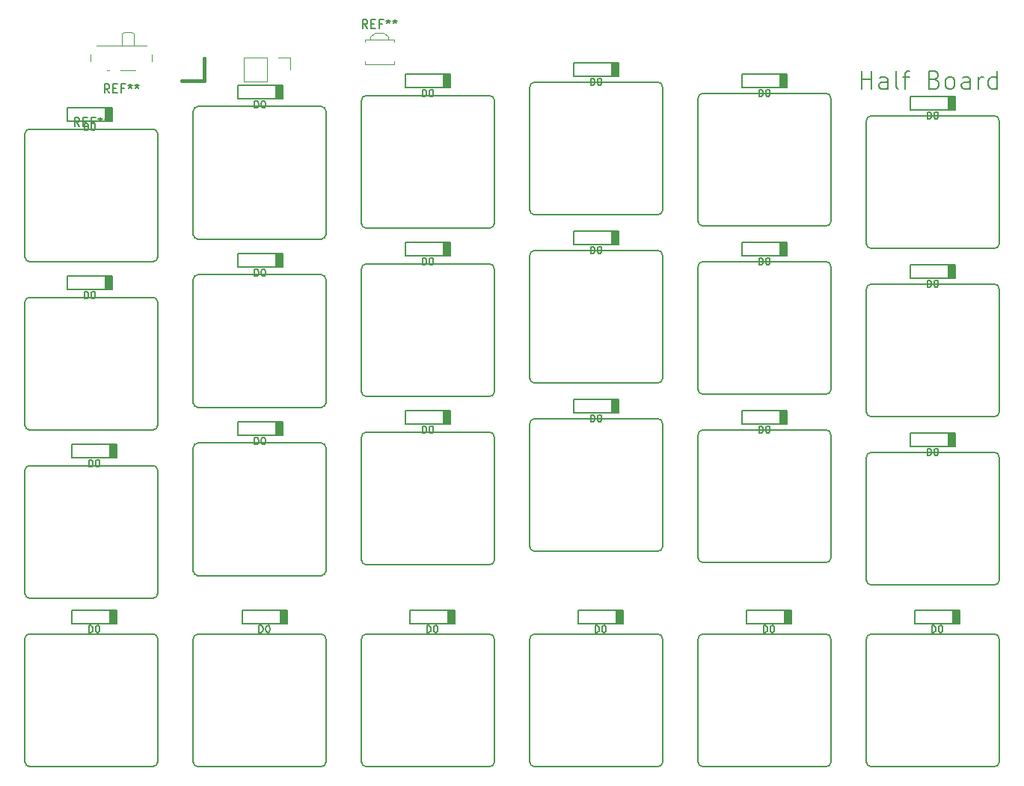
<source format=gbr>
G04 #@! TF.GenerationSoftware,KiCad,Pcbnew,5.1.9*
G04 #@! TF.CreationDate,2021-01-09T23:33:15-06:00*
G04 #@! TF.ProjectId,halfboard,68616c66-626f-4617-9264-2e6b69636164,rev?*
G04 #@! TF.SameCoordinates,Original*
G04 #@! TF.FileFunction,Legend,Top*
G04 #@! TF.FilePolarity,Positive*
%FSLAX46Y46*%
G04 Gerber Fmt 4.6, Leading zero omitted, Abs format (unit mm)*
G04 Created by KiCad (PCBNEW 5.1.9) date 2021-01-09 23:33:15*
%MOMM*%
%LPD*%
G01*
G04 APERTURE LIST*
%ADD10C,0.150000*%
%ADD11C,0.381000*%
%ADD12C,0.120000*%
G04 APERTURE END LIST*
D10*
X136351333Y-51704761D02*
X136351333Y-49704761D01*
X136351333Y-50657142D02*
X137494190Y-50657142D01*
X137494190Y-51704761D02*
X137494190Y-49704761D01*
X139303714Y-51704761D02*
X139303714Y-50657142D01*
X139208476Y-50466666D01*
X139018000Y-50371428D01*
X138637047Y-50371428D01*
X138446571Y-50466666D01*
X139303714Y-51609523D02*
X139113238Y-51704761D01*
X138637047Y-51704761D01*
X138446571Y-51609523D01*
X138351333Y-51419047D01*
X138351333Y-51228571D01*
X138446571Y-51038095D01*
X138637047Y-50942857D01*
X139113238Y-50942857D01*
X139303714Y-50847619D01*
X140541809Y-51704761D02*
X140351333Y-51609523D01*
X140256095Y-51419047D01*
X140256095Y-49704761D01*
X141018000Y-50371428D02*
X141779904Y-50371428D01*
X141303714Y-51704761D02*
X141303714Y-49990476D01*
X141398952Y-49800000D01*
X141589428Y-49704761D01*
X141779904Y-49704761D01*
X144637047Y-50657142D02*
X144922761Y-50752380D01*
X145018000Y-50847619D01*
X145113238Y-51038095D01*
X145113238Y-51323809D01*
X145018000Y-51514285D01*
X144922761Y-51609523D01*
X144732285Y-51704761D01*
X143970380Y-51704761D01*
X143970380Y-49704761D01*
X144637047Y-49704761D01*
X144827523Y-49800000D01*
X144922761Y-49895238D01*
X145018000Y-50085714D01*
X145018000Y-50276190D01*
X144922761Y-50466666D01*
X144827523Y-50561904D01*
X144637047Y-50657142D01*
X143970380Y-50657142D01*
X146256095Y-51704761D02*
X146065619Y-51609523D01*
X145970380Y-51514285D01*
X145875142Y-51323809D01*
X145875142Y-50752380D01*
X145970380Y-50561904D01*
X146065619Y-50466666D01*
X146256095Y-50371428D01*
X146541809Y-50371428D01*
X146732285Y-50466666D01*
X146827523Y-50561904D01*
X146922761Y-50752380D01*
X146922761Y-51323809D01*
X146827523Y-51514285D01*
X146732285Y-51609523D01*
X146541809Y-51704761D01*
X146256095Y-51704761D01*
X148637047Y-51704761D02*
X148637047Y-50657142D01*
X148541809Y-50466666D01*
X148351333Y-50371428D01*
X147970380Y-50371428D01*
X147779904Y-50466666D01*
X148637047Y-51609523D02*
X148446571Y-51704761D01*
X147970380Y-51704761D01*
X147779904Y-51609523D01*
X147684666Y-51419047D01*
X147684666Y-51228571D01*
X147779904Y-51038095D01*
X147970380Y-50942857D01*
X148446571Y-50942857D01*
X148637047Y-50847619D01*
X149589428Y-51704761D02*
X149589428Y-50371428D01*
X149589428Y-50752380D02*
X149684666Y-50561904D01*
X149779904Y-50466666D01*
X149970380Y-50371428D01*
X150160857Y-50371428D01*
X151684666Y-51704761D02*
X151684666Y-49704761D01*
X151684666Y-51609523D02*
X151494190Y-51704761D01*
X151113238Y-51704761D01*
X150922761Y-51609523D01*
X150827523Y-51514285D01*
X150732285Y-51323809D01*
X150732285Y-50752380D01*
X150827523Y-50561904D01*
X150922761Y-50466666D01*
X151113238Y-50371428D01*
X151494190Y-50371428D01*
X151684666Y-50466666D01*
G04 #@! TO.C,REF\u002A\u002A*
X42182000Y-71254000D02*
G75*
G02*
X41682000Y-70754000I0J500000D01*
G01*
X41682000Y-56754000D02*
G75*
G02*
X42182000Y-56254000I500000J0D01*
G01*
X56182000Y-56254000D02*
G75*
G02*
X56682000Y-56754000I0J-500000D01*
G01*
X56682000Y-70754000D02*
G75*
G02*
X56182000Y-71254000I-500000J0D01*
G01*
X56182000Y-56254000D02*
X54182000Y-56254000D01*
X56682000Y-56754000D02*
X56682000Y-58754000D01*
X56682000Y-70754000D02*
X56682000Y-58754000D01*
X56182000Y-71254000D02*
X44182000Y-71254000D01*
X42182000Y-71254000D02*
X44182000Y-71254000D01*
X41682000Y-70754000D02*
X41682000Y-58754000D01*
X42182000Y-56254000D02*
X54182000Y-56254000D01*
X41682000Y-56754000D02*
X41682000Y-58754000D01*
G04 #@! TO.C, *
X137430303Y-69759730D02*
G75*
G02*
X136930303Y-69259730I0J500000D01*
G01*
X136930303Y-55259730D02*
G75*
G02*
X137430303Y-54759730I500000J0D01*
G01*
X151430303Y-54759730D02*
G75*
G02*
X151930303Y-55259730I0J-500000D01*
G01*
X151930303Y-69259730D02*
G75*
G02*
X151430303Y-69759730I-500000J0D01*
G01*
X151430303Y-54759730D02*
X149430303Y-54759730D01*
X151930303Y-55259730D02*
X151930303Y-57259730D01*
X151930303Y-69259730D02*
X151930303Y-57259730D01*
X151430303Y-69759730D02*
X139430303Y-69759730D01*
X137430303Y-69759730D02*
X139430303Y-69759730D01*
X136930303Y-69259730D02*
X136930303Y-57259730D01*
X137430303Y-54759730D02*
X149430303Y-54759730D01*
X136930303Y-55259730D02*
X136930303Y-57259730D01*
X137430303Y-88809730D02*
G75*
G02*
X136930303Y-88309730I0J500000D01*
G01*
X136930303Y-74309730D02*
G75*
G02*
X137430303Y-73809730I500000J0D01*
G01*
X151430303Y-73809730D02*
G75*
G02*
X151930303Y-74309730I0J-500000D01*
G01*
X151930303Y-88309730D02*
G75*
G02*
X151430303Y-88809730I-500000J0D01*
G01*
X151430303Y-73809730D02*
X149430303Y-73809730D01*
X151930303Y-74309730D02*
X151930303Y-76309730D01*
X151930303Y-88309730D02*
X151930303Y-76309730D01*
X151430303Y-88809730D02*
X139430303Y-88809730D01*
X137430303Y-88809730D02*
X139430303Y-88809730D01*
X136930303Y-88309730D02*
X136930303Y-76309730D01*
X137430303Y-73809730D02*
X149430303Y-73809730D01*
X136930303Y-74309730D02*
X136930303Y-76309730D01*
X137430303Y-107859730D02*
G75*
G02*
X136930303Y-107359730I0J500000D01*
G01*
X136930303Y-93359730D02*
G75*
G02*
X137430303Y-92859730I500000J0D01*
G01*
X151430303Y-92859730D02*
G75*
G02*
X151930303Y-93359730I0J-500000D01*
G01*
X151930303Y-107359730D02*
G75*
G02*
X151430303Y-107859730I-500000J0D01*
G01*
X151430303Y-92859730D02*
X149430303Y-92859730D01*
X151930303Y-93359730D02*
X151930303Y-95359730D01*
X151930303Y-107359730D02*
X151930303Y-95359730D01*
X151430303Y-107859730D02*
X139430303Y-107859730D01*
X137430303Y-107859730D02*
X139430303Y-107859730D01*
X136930303Y-107359730D02*
X136930303Y-95359730D01*
X137430303Y-92859730D02*
X149430303Y-92859730D01*
X136930303Y-93359730D02*
X136930303Y-95359730D01*
X137430303Y-128433730D02*
G75*
G02*
X136930303Y-127933730I0J500000D01*
G01*
X136930303Y-113933730D02*
G75*
G02*
X137430303Y-113433730I500000J0D01*
G01*
X151430303Y-113433730D02*
G75*
G02*
X151930303Y-113933730I0J-500000D01*
G01*
X151930303Y-127933730D02*
G75*
G02*
X151430303Y-128433730I-500000J0D01*
G01*
X151430303Y-113433730D02*
X149430303Y-113433730D01*
X151930303Y-113933730D02*
X151930303Y-115933730D01*
X151930303Y-127933730D02*
X151930303Y-115933730D01*
X151430303Y-128433730D02*
X139430303Y-128433730D01*
X137430303Y-128433730D02*
X139430303Y-128433730D01*
X136930303Y-127933730D02*
X136930303Y-115933730D01*
X137430303Y-113433730D02*
X149430303Y-113433730D01*
X136930303Y-113933730D02*
X136930303Y-115933730D01*
X118380303Y-128433730D02*
G75*
G02*
X117880303Y-127933730I0J500000D01*
G01*
X117880303Y-113933730D02*
G75*
G02*
X118380303Y-113433730I500000J0D01*
G01*
X132380303Y-113433730D02*
G75*
G02*
X132880303Y-113933730I0J-500000D01*
G01*
X132880303Y-127933730D02*
G75*
G02*
X132380303Y-128433730I-500000J0D01*
G01*
X132380303Y-113433730D02*
X130380303Y-113433730D01*
X132880303Y-113933730D02*
X132880303Y-115933730D01*
X132880303Y-127933730D02*
X132880303Y-115933730D01*
X132380303Y-128433730D02*
X120380303Y-128433730D01*
X118380303Y-128433730D02*
X120380303Y-128433730D01*
X117880303Y-127933730D02*
X117880303Y-115933730D01*
X118380303Y-113433730D02*
X130380303Y-113433730D01*
X117880303Y-113933730D02*
X117880303Y-115933730D01*
X99330303Y-128433730D02*
G75*
G02*
X98830303Y-127933730I0J500000D01*
G01*
X98830303Y-113933730D02*
G75*
G02*
X99330303Y-113433730I500000J0D01*
G01*
X113330303Y-113433730D02*
G75*
G02*
X113830303Y-113933730I0J-500000D01*
G01*
X113830303Y-127933730D02*
G75*
G02*
X113330303Y-128433730I-500000J0D01*
G01*
X113330303Y-113433730D02*
X111330303Y-113433730D01*
X113830303Y-113933730D02*
X113830303Y-115933730D01*
X113830303Y-127933730D02*
X113830303Y-115933730D01*
X113330303Y-128433730D02*
X101330303Y-128433730D01*
X99330303Y-128433730D02*
X101330303Y-128433730D01*
X98830303Y-127933730D02*
X98830303Y-115933730D01*
X99330303Y-113433730D02*
X111330303Y-113433730D01*
X98830303Y-113933730D02*
X98830303Y-115933730D01*
X80280303Y-128433730D02*
G75*
G02*
X79780303Y-127933730I0J500000D01*
G01*
X79780303Y-113933730D02*
G75*
G02*
X80280303Y-113433730I500000J0D01*
G01*
X94280303Y-113433730D02*
G75*
G02*
X94780303Y-113933730I0J-500000D01*
G01*
X94780303Y-127933730D02*
G75*
G02*
X94280303Y-128433730I-500000J0D01*
G01*
X94280303Y-113433730D02*
X92280303Y-113433730D01*
X94780303Y-113933730D02*
X94780303Y-115933730D01*
X94780303Y-127933730D02*
X94780303Y-115933730D01*
X94280303Y-128433730D02*
X82280303Y-128433730D01*
X80280303Y-128433730D02*
X82280303Y-128433730D01*
X79780303Y-127933730D02*
X79780303Y-115933730D01*
X80280303Y-113433730D02*
X92280303Y-113433730D01*
X79780303Y-113933730D02*
X79780303Y-115933730D01*
X118380303Y-105319730D02*
G75*
G02*
X117880303Y-104819730I0J500000D01*
G01*
X117880303Y-90819730D02*
G75*
G02*
X118380303Y-90319730I500000J0D01*
G01*
X132380303Y-90319730D02*
G75*
G02*
X132880303Y-90819730I0J-500000D01*
G01*
X132880303Y-104819730D02*
G75*
G02*
X132380303Y-105319730I-500000J0D01*
G01*
X132380303Y-90319730D02*
X130380303Y-90319730D01*
X132880303Y-90819730D02*
X132880303Y-92819730D01*
X132880303Y-104819730D02*
X132880303Y-92819730D01*
X132380303Y-105319730D02*
X120380303Y-105319730D01*
X118380303Y-105319730D02*
X120380303Y-105319730D01*
X117880303Y-104819730D02*
X117880303Y-92819730D01*
X118380303Y-90319730D02*
X130380303Y-90319730D01*
X117880303Y-90819730D02*
X117880303Y-92819730D01*
X118380303Y-86269730D02*
G75*
G02*
X117880303Y-85769730I0J500000D01*
G01*
X117880303Y-71769730D02*
G75*
G02*
X118380303Y-71269730I500000J0D01*
G01*
X132380303Y-71269730D02*
G75*
G02*
X132880303Y-71769730I0J-500000D01*
G01*
X132880303Y-85769730D02*
G75*
G02*
X132380303Y-86269730I-500000J0D01*
G01*
X132380303Y-71269730D02*
X130380303Y-71269730D01*
X132880303Y-71769730D02*
X132880303Y-73769730D01*
X132880303Y-85769730D02*
X132880303Y-73769730D01*
X132380303Y-86269730D02*
X120380303Y-86269730D01*
X118380303Y-86269730D02*
X120380303Y-86269730D01*
X117880303Y-85769730D02*
X117880303Y-73769730D01*
X118380303Y-71269730D02*
X130380303Y-71269730D01*
X117880303Y-71769730D02*
X117880303Y-73769730D01*
X118380303Y-67219730D02*
G75*
G02*
X117880303Y-66719730I0J500000D01*
G01*
X117880303Y-52719730D02*
G75*
G02*
X118380303Y-52219730I500000J0D01*
G01*
X132380303Y-52219730D02*
G75*
G02*
X132880303Y-52719730I0J-500000D01*
G01*
X132880303Y-66719730D02*
G75*
G02*
X132380303Y-67219730I-500000J0D01*
G01*
X132380303Y-52219730D02*
X130380303Y-52219730D01*
X132880303Y-52719730D02*
X132880303Y-54719730D01*
X132880303Y-66719730D02*
X132880303Y-54719730D01*
X132380303Y-67219730D02*
X120380303Y-67219730D01*
X118380303Y-67219730D02*
X120380303Y-67219730D01*
X117880303Y-66719730D02*
X117880303Y-54719730D01*
X118380303Y-52219730D02*
X130380303Y-52219730D01*
X117880303Y-52719730D02*
X117880303Y-54719730D01*
X99330303Y-65949730D02*
G75*
G02*
X98830303Y-65449730I0J500000D01*
G01*
X98830303Y-51449730D02*
G75*
G02*
X99330303Y-50949730I500000J0D01*
G01*
X113330303Y-50949730D02*
G75*
G02*
X113830303Y-51449730I0J-500000D01*
G01*
X113830303Y-65449730D02*
G75*
G02*
X113330303Y-65949730I-500000J0D01*
G01*
X113330303Y-50949730D02*
X111330303Y-50949730D01*
X113830303Y-51449730D02*
X113830303Y-53449730D01*
X113830303Y-65449730D02*
X113830303Y-53449730D01*
X113330303Y-65949730D02*
X101330303Y-65949730D01*
X99330303Y-65949730D02*
X101330303Y-65949730D01*
X98830303Y-65449730D02*
X98830303Y-53449730D01*
X99330303Y-50949730D02*
X111330303Y-50949730D01*
X98830303Y-51449730D02*
X98830303Y-53449730D01*
X99330303Y-84999730D02*
G75*
G02*
X98830303Y-84499730I0J500000D01*
G01*
X98830303Y-70499730D02*
G75*
G02*
X99330303Y-69999730I500000J0D01*
G01*
X113330303Y-69999730D02*
G75*
G02*
X113830303Y-70499730I0J-500000D01*
G01*
X113830303Y-84499730D02*
G75*
G02*
X113330303Y-84999730I-500000J0D01*
G01*
X113330303Y-69999730D02*
X111330303Y-69999730D01*
X113830303Y-70499730D02*
X113830303Y-72499730D01*
X113830303Y-84499730D02*
X113830303Y-72499730D01*
X113330303Y-84999730D02*
X101330303Y-84999730D01*
X99330303Y-84999730D02*
X101330303Y-84999730D01*
X98830303Y-84499730D02*
X98830303Y-72499730D01*
X99330303Y-69999730D02*
X111330303Y-69999730D01*
X98830303Y-70499730D02*
X98830303Y-72499730D01*
X99330303Y-104049730D02*
G75*
G02*
X98830303Y-103549730I0J500000D01*
G01*
X98830303Y-89549730D02*
G75*
G02*
X99330303Y-89049730I500000J0D01*
G01*
X113330303Y-89049730D02*
G75*
G02*
X113830303Y-89549730I0J-500000D01*
G01*
X113830303Y-103549730D02*
G75*
G02*
X113330303Y-104049730I-500000J0D01*
G01*
X113330303Y-89049730D02*
X111330303Y-89049730D01*
X113830303Y-89549730D02*
X113830303Y-91549730D01*
X113830303Y-103549730D02*
X113830303Y-91549730D01*
X113330303Y-104049730D02*
X101330303Y-104049730D01*
X99330303Y-104049730D02*
X101330303Y-104049730D01*
X98830303Y-103549730D02*
X98830303Y-91549730D01*
X99330303Y-89049730D02*
X111330303Y-89049730D01*
X98830303Y-89549730D02*
X98830303Y-91549730D01*
X80280303Y-105573730D02*
G75*
G02*
X79780303Y-105073730I0J500000D01*
G01*
X79780303Y-91073730D02*
G75*
G02*
X80280303Y-90573730I500000J0D01*
G01*
X94280303Y-90573730D02*
G75*
G02*
X94780303Y-91073730I0J-500000D01*
G01*
X94780303Y-105073730D02*
G75*
G02*
X94280303Y-105573730I-500000J0D01*
G01*
X94280303Y-90573730D02*
X92280303Y-90573730D01*
X94780303Y-91073730D02*
X94780303Y-93073730D01*
X94780303Y-105073730D02*
X94780303Y-93073730D01*
X94280303Y-105573730D02*
X82280303Y-105573730D01*
X80280303Y-105573730D02*
X82280303Y-105573730D01*
X79780303Y-105073730D02*
X79780303Y-93073730D01*
X80280303Y-90573730D02*
X92280303Y-90573730D01*
X79780303Y-91073730D02*
X79780303Y-93073730D01*
X80280303Y-86523730D02*
G75*
G02*
X79780303Y-86023730I0J500000D01*
G01*
X79780303Y-72023730D02*
G75*
G02*
X80280303Y-71523730I500000J0D01*
G01*
X94280303Y-71523730D02*
G75*
G02*
X94780303Y-72023730I0J-500000D01*
G01*
X94780303Y-86023730D02*
G75*
G02*
X94280303Y-86523730I-500000J0D01*
G01*
X94280303Y-71523730D02*
X92280303Y-71523730D01*
X94780303Y-72023730D02*
X94780303Y-74023730D01*
X94780303Y-86023730D02*
X94780303Y-74023730D01*
X94280303Y-86523730D02*
X82280303Y-86523730D01*
X80280303Y-86523730D02*
X82280303Y-86523730D01*
X79780303Y-86023730D02*
X79780303Y-74023730D01*
X80280303Y-71523730D02*
X92280303Y-71523730D01*
X79780303Y-72023730D02*
X79780303Y-74023730D01*
X80280303Y-67469730D02*
G75*
G02*
X79780303Y-66969730I0J500000D01*
G01*
X79780303Y-52969730D02*
G75*
G02*
X80280303Y-52469730I500000J0D01*
G01*
X94280303Y-52469730D02*
G75*
G02*
X94780303Y-52969730I0J-500000D01*
G01*
X94780303Y-66969730D02*
G75*
G02*
X94280303Y-67469730I-500000J0D01*
G01*
X94280303Y-52469730D02*
X92280303Y-52469730D01*
X94780303Y-52969730D02*
X94780303Y-54969730D01*
X94780303Y-66969730D02*
X94780303Y-54969730D01*
X94280303Y-67469730D02*
X82280303Y-67469730D01*
X80280303Y-67469730D02*
X82280303Y-67469730D01*
X79780303Y-66969730D02*
X79780303Y-54969730D01*
X80280303Y-52469730D02*
X92280303Y-52469730D01*
X79780303Y-52969730D02*
X79780303Y-54969730D01*
X61227231Y-68703730D02*
G75*
G02*
X60727231Y-68203730I0J500000D01*
G01*
X60727231Y-54203730D02*
G75*
G02*
X61227231Y-53703730I500000J0D01*
G01*
X75227231Y-53703730D02*
G75*
G02*
X75727231Y-54203730I0J-500000D01*
G01*
X75727231Y-68203730D02*
G75*
G02*
X75227231Y-68703730I-500000J0D01*
G01*
X75227231Y-53703730D02*
X73227231Y-53703730D01*
X75727231Y-54203730D02*
X75727231Y-56203730D01*
X75727231Y-68203730D02*
X75727231Y-56203730D01*
X75227231Y-68703730D02*
X63227231Y-68703730D01*
X61227231Y-68703730D02*
X63227231Y-68703730D01*
X60727231Y-68203730D02*
X60727231Y-56203730D01*
X61227231Y-53703730D02*
X73227231Y-53703730D01*
X60727231Y-54203730D02*
X60727231Y-56203730D01*
X61227231Y-87751829D02*
G75*
G02*
X60727231Y-87251829I0J500000D01*
G01*
X60727231Y-73251829D02*
G75*
G02*
X61227231Y-72751829I500000J0D01*
G01*
X75227231Y-72751829D02*
G75*
G02*
X75727231Y-73251829I0J-500000D01*
G01*
X75727231Y-87251829D02*
G75*
G02*
X75227231Y-87751829I-500000J0D01*
G01*
X75227231Y-72751829D02*
X73227231Y-72751829D01*
X75727231Y-73251829D02*
X75727231Y-75251829D01*
X75727231Y-87251829D02*
X75727231Y-75251829D01*
X75227231Y-87751829D02*
X63227231Y-87751829D01*
X61227231Y-87751829D02*
X63227231Y-87751829D01*
X60727231Y-87251829D02*
X60727231Y-75251829D01*
X61227231Y-72751829D02*
X73227231Y-72751829D01*
X60727231Y-73251829D02*
X60727231Y-75251829D01*
X61227231Y-106800230D02*
G75*
G02*
X60727231Y-106300230I0J500000D01*
G01*
X60727231Y-92300230D02*
G75*
G02*
X61227231Y-91800230I500000J0D01*
G01*
X75227231Y-91800230D02*
G75*
G02*
X75727231Y-92300230I0J-500000D01*
G01*
X75727231Y-106300230D02*
G75*
G02*
X75227231Y-106800230I-500000J0D01*
G01*
X75227231Y-91800230D02*
X73227231Y-91800230D01*
X75727231Y-92300230D02*
X75727231Y-94300230D01*
X75727231Y-106300230D02*
X75727231Y-94300230D01*
X75227231Y-106800230D02*
X63227231Y-106800230D01*
X61227231Y-106800230D02*
X63227231Y-106800230D01*
X60727231Y-106300230D02*
X60727231Y-94300230D01*
X61227231Y-91800230D02*
X73227231Y-91800230D01*
X60727231Y-92300230D02*
X60727231Y-94300230D01*
X61227231Y-128433730D02*
G75*
G02*
X60727231Y-127933730I0J500000D01*
G01*
X60727231Y-113933730D02*
G75*
G02*
X61227231Y-113433730I500000J0D01*
G01*
X75227231Y-113433730D02*
G75*
G02*
X75727231Y-113933730I0J-500000D01*
G01*
X75727231Y-127933730D02*
G75*
G02*
X75227231Y-128433730I-500000J0D01*
G01*
X75227231Y-113433730D02*
X73227231Y-113433730D01*
X75727231Y-113933730D02*
X75727231Y-115933730D01*
X75727231Y-127933730D02*
X75727231Y-115933730D01*
X75227231Y-128433730D02*
X63227231Y-128433730D01*
X61227231Y-128433730D02*
X63227231Y-128433730D01*
X60727231Y-127933730D02*
X60727231Y-115933730D01*
X61227231Y-113433730D02*
X73227231Y-113433730D01*
X60727231Y-113933730D02*
X60727231Y-115933730D01*
X42182000Y-128404000D02*
G75*
G02*
X41682000Y-127904000I0J500000D01*
G01*
X41682000Y-113904000D02*
G75*
G02*
X42182000Y-113404000I500000J0D01*
G01*
X56182000Y-113404000D02*
G75*
G02*
X56682000Y-113904000I0J-500000D01*
G01*
X56682000Y-127904000D02*
G75*
G02*
X56182000Y-128404000I-500000J0D01*
G01*
X56182000Y-113404000D02*
X54182000Y-113404000D01*
X56682000Y-113904000D02*
X56682000Y-115904000D01*
X56682000Y-127904000D02*
X56682000Y-115904000D01*
X56182000Y-128404000D02*
X44182000Y-128404000D01*
X42182000Y-128404000D02*
X44182000Y-128404000D01*
X41682000Y-127904000D02*
X41682000Y-115904000D01*
X42182000Y-113404000D02*
X54182000Y-113404000D01*
X41682000Y-113904000D02*
X41682000Y-115904000D01*
X42182000Y-109354000D02*
G75*
G02*
X41682000Y-108854000I0J500000D01*
G01*
X41682000Y-94854000D02*
G75*
G02*
X42182000Y-94354000I500000J0D01*
G01*
X56182000Y-94354000D02*
G75*
G02*
X56682000Y-94854000I0J-500000D01*
G01*
X56682000Y-108854000D02*
G75*
G02*
X56182000Y-109354000I-500000J0D01*
G01*
X56182000Y-94354000D02*
X54182000Y-94354000D01*
X56682000Y-94854000D02*
X56682000Y-96854000D01*
X56682000Y-108854000D02*
X56682000Y-96854000D01*
X56182000Y-109354000D02*
X44182000Y-109354000D01*
X42182000Y-109354000D02*
X44182000Y-109354000D01*
X41682000Y-108854000D02*
X41682000Y-96854000D01*
X42182000Y-94354000D02*
X54182000Y-94354000D01*
X41682000Y-94854000D02*
X41682000Y-96854000D01*
X42182000Y-90304000D02*
G75*
G02*
X41682000Y-89804000I0J500000D01*
G01*
X41682000Y-75804000D02*
G75*
G02*
X42182000Y-75304000I500000J0D01*
G01*
X56182000Y-75304000D02*
G75*
G02*
X56682000Y-75804000I0J-500000D01*
G01*
X56682000Y-89804000D02*
G75*
G02*
X56182000Y-90304000I-500000J0D01*
G01*
X56182000Y-75304000D02*
X54182000Y-75304000D01*
X56682000Y-75804000D02*
X56682000Y-77804000D01*
X56682000Y-89804000D02*
X56682000Y-77804000D01*
X56182000Y-90304000D02*
X44182000Y-90304000D01*
X42182000Y-90304000D02*
X44182000Y-90304000D01*
X41682000Y-89804000D02*
X41682000Y-77804000D01*
X42182000Y-75304000D02*
X54182000Y-75304000D01*
X41682000Y-75804000D02*
X41682000Y-77804000D01*
D11*
G04 #@! TO.C,U1*
X61937231Y-48260000D02*
X61937231Y-50800000D01*
X61937231Y-50800000D02*
X59397231Y-50800000D01*
D12*
G04 #@! TO.C, *
X71688000Y-48200000D02*
X71688000Y-49530000D01*
X70358000Y-48200000D02*
X71688000Y-48200000D01*
X69088000Y-48200000D02*
X69088000Y-50860000D01*
X69088000Y-50860000D02*
X66488000Y-50860000D01*
X69088000Y-48200000D02*
X66488000Y-48200000D01*
X66488000Y-48200000D02*
X66488000Y-50860000D01*
G04 #@! TO.C,REF\u002A\u002A*
X81288000Y-45398000D02*
X80788000Y-45778000D01*
X80788000Y-45778000D02*
X80788000Y-46098000D01*
X81288000Y-45398000D02*
X82288000Y-45398000D01*
X82288000Y-45398000D02*
X82788000Y-45778000D01*
X82788000Y-45778000D02*
X82788000Y-46098000D01*
X80138000Y-48898000D02*
X83438000Y-48898000D01*
X80138000Y-48598000D02*
X80138000Y-48898000D01*
X83438000Y-48898000D02*
X83438000Y-48598000D01*
X80138000Y-46398000D02*
X80138000Y-46098000D01*
X80138000Y-46098000D02*
X83438000Y-46098000D01*
X83438000Y-46098000D02*
X83438000Y-46398000D01*
X51178000Y-49634000D02*
X50978000Y-49634000D01*
X53978000Y-45494000D02*
X53778000Y-45284000D01*
X52678000Y-45494000D02*
X52878000Y-45284000D01*
X53978000Y-46784000D02*
X53978000Y-45494000D01*
X53778000Y-45284000D02*
X52878000Y-45284000D01*
X52678000Y-45494000D02*
X52678000Y-46784000D01*
X55428000Y-46784000D02*
X49728000Y-46784000D01*
X54178000Y-49634000D02*
X52478000Y-49634000D01*
X56028000Y-48584000D02*
X56028000Y-47794000D01*
X49128000Y-47794000D02*
X49128000Y-48584000D01*
D10*
G04 #@! TO.C,D0*
X146208303Y-54102000D02*
X146208303Y-52578000D01*
X146335303Y-54102000D02*
X146335303Y-52578000D01*
X146462303Y-52578000D02*
X146462303Y-54102000D01*
X146843303Y-54102000D02*
X146843303Y-52578000D01*
X146716303Y-52578000D02*
X146716303Y-54102000D01*
X146589303Y-54102000D02*
X146589303Y-52578000D01*
X141890303Y-54102000D02*
X142398303Y-54102000D01*
X141890303Y-52578000D02*
X141890303Y-54102000D01*
X146970303Y-52578000D02*
X141890303Y-52578000D01*
X146970303Y-54102000D02*
X146970303Y-52578000D01*
X141890303Y-54102000D02*
X146970303Y-54102000D01*
X146208303Y-73152000D02*
X146208303Y-71628000D01*
X146335303Y-73152000D02*
X146335303Y-71628000D01*
X146462303Y-71628000D02*
X146462303Y-73152000D01*
X146843303Y-73152000D02*
X146843303Y-71628000D01*
X146716303Y-71628000D02*
X146716303Y-73152000D01*
X146589303Y-73152000D02*
X146589303Y-71628000D01*
X141890303Y-73152000D02*
X142398303Y-73152000D01*
X141890303Y-71628000D02*
X141890303Y-73152000D01*
X146970303Y-71628000D02*
X141890303Y-71628000D01*
X146970303Y-73152000D02*
X146970303Y-71628000D01*
X141890303Y-73152000D02*
X146970303Y-73152000D01*
X146208303Y-92202000D02*
X146208303Y-90678000D01*
X146335303Y-92202000D02*
X146335303Y-90678000D01*
X146462303Y-90678000D02*
X146462303Y-92202000D01*
X146843303Y-92202000D02*
X146843303Y-90678000D01*
X146716303Y-90678000D02*
X146716303Y-92202000D01*
X146589303Y-92202000D02*
X146589303Y-90678000D01*
X141890303Y-92202000D02*
X142398303Y-92202000D01*
X141890303Y-90678000D02*
X141890303Y-92202000D01*
X146970303Y-90678000D02*
X141890303Y-90678000D01*
X146970303Y-92202000D02*
X146970303Y-90678000D01*
X141890303Y-92202000D02*
X146970303Y-92202000D01*
X146716303Y-112252000D02*
X146716303Y-110728000D01*
X146843303Y-112252000D02*
X146843303Y-110728000D01*
X146970303Y-110728000D02*
X146970303Y-112252000D01*
X147351303Y-112252000D02*
X147351303Y-110728000D01*
X147224303Y-110728000D02*
X147224303Y-112252000D01*
X147097303Y-112252000D02*
X147097303Y-110728000D01*
X142398303Y-112252000D02*
X142906303Y-112252000D01*
X142398303Y-110728000D02*
X142398303Y-112252000D01*
X147478303Y-110728000D02*
X142398303Y-110728000D01*
X147478303Y-112252000D02*
X147478303Y-110728000D01*
X142398303Y-112252000D02*
X147478303Y-112252000D01*
X127666303Y-112252000D02*
X127666303Y-110728000D01*
X127793303Y-112252000D02*
X127793303Y-110728000D01*
X127920303Y-110728000D02*
X127920303Y-112252000D01*
X128301303Y-112252000D02*
X128301303Y-110728000D01*
X128174303Y-110728000D02*
X128174303Y-112252000D01*
X128047303Y-112252000D02*
X128047303Y-110728000D01*
X123348303Y-112252000D02*
X123856303Y-112252000D01*
X123348303Y-110728000D02*
X123348303Y-112252000D01*
X128428303Y-110728000D02*
X123348303Y-110728000D01*
X128428303Y-112252000D02*
X128428303Y-110728000D01*
X123348303Y-112252000D02*
X128428303Y-112252000D01*
X108616303Y-112252000D02*
X108616303Y-110728000D01*
X108743303Y-112252000D02*
X108743303Y-110728000D01*
X108870303Y-110728000D02*
X108870303Y-112252000D01*
X109251303Y-112252000D02*
X109251303Y-110728000D01*
X109124303Y-110728000D02*
X109124303Y-112252000D01*
X108997303Y-112252000D02*
X108997303Y-110728000D01*
X104298303Y-112252000D02*
X104806303Y-112252000D01*
X104298303Y-110728000D02*
X104298303Y-112252000D01*
X109378303Y-110728000D02*
X104298303Y-110728000D01*
X109378303Y-112252000D02*
X109378303Y-110728000D01*
X104298303Y-112252000D02*
X109378303Y-112252000D01*
X89566303Y-112252000D02*
X89566303Y-110728000D01*
X89693303Y-112252000D02*
X89693303Y-110728000D01*
X89820303Y-110728000D02*
X89820303Y-112252000D01*
X90201303Y-112252000D02*
X90201303Y-110728000D01*
X90074303Y-110728000D02*
X90074303Y-112252000D01*
X89947303Y-112252000D02*
X89947303Y-110728000D01*
X85248303Y-112252000D02*
X85756303Y-112252000D01*
X85248303Y-110728000D02*
X85248303Y-112252000D01*
X90328303Y-110728000D02*
X85248303Y-110728000D01*
X90328303Y-112252000D02*
X90328303Y-110728000D01*
X85248303Y-112252000D02*
X90328303Y-112252000D01*
X127158303Y-89662000D02*
X127158303Y-88138000D01*
X127285303Y-89662000D02*
X127285303Y-88138000D01*
X127412303Y-88138000D02*
X127412303Y-89662000D01*
X127793303Y-89662000D02*
X127793303Y-88138000D01*
X127666303Y-88138000D02*
X127666303Y-89662000D01*
X127539303Y-89662000D02*
X127539303Y-88138000D01*
X122840303Y-89662000D02*
X123348303Y-89662000D01*
X122840303Y-88138000D02*
X122840303Y-89662000D01*
X127920303Y-88138000D02*
X122840303Y-88138000D01*
X127920303Y-89662000D02*
X127920303Y-88138000D01*
X122840303Y-89662000D02*
X127920303Y-89662000D01*
X127158303Y-70612000D02*
X127158303Y-69088000D01*
X127285303Y-70612000D02*
X127285303Y-69088000D01*
X127412303Y-69088000D02*
X127412303Y-70612000D01*
X127793303Y-70612000D02*
X127793303Y-69088000D01*
X127666303Y-69088000D02*
X127666303Y-70612000D01*
X127539303Y-70612000D02*
X127539303Y-69088000D01*
X122840303Y-70612000D02*
X123348303Y-70612000D01*
X122840303Y-69088000D02*
X122840303Y-70612000D01*
X127920303Y-69088000D02*
X122840303Y-69088000D01*
X127920303Y-70612000D02*
X127920303Y-69088000D01*
X122840303Y-70612000D02*
X127920303Y-70612000D01*
X127158303Y-51562000D02*
X127158303Y-50038000D01*
X127285303Y-51562000D02*
X127285303Y-50038000D01*
X127412303Y-50038000D02*
X127412303Y-51562000D01*
X127793303Y-51562000D02*
X127793303Y-50038000D01*
X127666303Y-50038000D02*
X127666303Y-51562000D01*
X127539303Y-51562000D02*
X127539303Y-50038000D01*
X122840303Y-51562000D02*
X123348303Y-51562000D01*
X122840303Y-50038000D02*
X122840303Y-51562000D01*
X127920303Y-50038000D02*
X122840303Y-50038000D01*
X127920303Y-51562000D02*
X127920303Y-50038000D01*
X122840303Y-51562000D02*
X127920303Y-51562000D01*
X108108303Y-50292000D02*
X108108303Y-48768000D01*
X108235303Y-50292000D02*
X108235303Y-48768000D01*
X108362303Y-48768000D02*
X108362303Y-50292000D01*
X108743303Y-50292000D02*
X108743303Y-48768000D01*
X108616303Y-48768000D02*
X108616303Y-50292000D01*
X108489303Y-50292000D02*
X108489303Y-48768000D01*
X103790303Y-50292000D02*
X104298303Y-50292000D01*
X103790303Y-48768000D02*
X103790303Y-50292000D01*
X108870303Y-48768000D02*
X103790303Y-48768000D01*
X108870303Y-50292000D02*
X108870303Y-48768000D01*
X103790303Y-50292000D02*
X108870303Y-50292000D01*
X108108303Y-69342000D02*
X108108303Y-67818000D01*
X108235303Y-69342000D02*
X108235303Y-67818000D01*
X108362303Y-67818000D02*
X108362303Y-69342000D01*
X108743303Y-69342000D02*
X108743303Y-67818000D01*
X108616303Y-67818000D02*
X108616303Y-69342000D01*
X108489303Y-69342000D02*
X108489303Y-67818000D01*
X103790303Y-69342000D02*
X104298303Y-69342000D01*
X103790303Y-67818000D02*
X103790303Y-69342000D01*
X108870303Y-67818000D02*
X103790303Y-67818000D01*
X108870303Y-69342000D02*
X108870303Y-67818000D01*
X103790303Y-69342000D02*
X108870303Y-69342000D01*
X108108303Y-88392000D02*
X108108303Y-86868000D01*
X108235303Y-88392000D02*
X108235303Y-86868000D01*
X108362303Y-86868000D02*
X108362303Y-88392000D01*
X108743303Y-88392000D02*
X108743303Y-86868000D01*
X108616303Y-86868000D02*
X108616303Y-88392000D01*
X108489303Y-88392000D02*
X108489303Y-86868000D01*
X103790303Y-88392000D02*
X104298303Y-88392000D01*
X103790303Y-86868000D02*
X103790303Y-88392000D01*
X108870303Y-86868000D02*
X103790303Y-86868000D01*
X108870303Y-88392000D02*
X108870303Y-86868000D01*
X103790303Y-88392000D02*
X108870303Y-88392000D01*
X89058303Y-89662000D02*
X89058303Y-88138000D01*
X89185303Y-89662000D02*
X89185303Y-88138000D01*
X89312303Y-88138000D02*
X89312303Y-89662000D01*
X89693303Y-89662000D02*
X89693303Y-88138000D01*
X89566303Y-88138000D02*
X89566303Y-89662000D01*
X89439303Y-89662000D02*
X89439303Y-88138000D01*
X84740303Y-89662000D02*
X85248303Y-89662000D01*
X84740303Y-88138000D02*
X84740303Y-89662000D01*
X89820303Y-88138000D02*
X84740303Y-88138000D01*
X89820303Y-89662000D02*
X89820303Y-88138000D01*
X84740303Y-89662000D02*
X89820303Y-89662000D01*
X89058303Y-70612000D02*
X89058303Y-69088000D01*
X89185303Y-70612000D02*
X89185303Y-69088000D01*
X89312303Y-69088000D02*
X89312303Y-70612000D01*
X89693303Y-70612000D02*
X89693303Y-69088000D01*
X89566303Y-69088000D02*
X89566303Y-70612000D01*
X89439303Y-70612000D02*
X89439303Y-69088000D01*
X84740303Y-70612000D02*
X85248303Y-70612000D01*
X84740303Y-69088000D02*
X84740303Y-70612000D01*
X89820303Y-69088000D02*
X84740303Y-69088000D01*
X89820303Y-70612000D02*
X89820303Y-69088000D01*
X84740303Y-70612000D02*
X89820303Y-70612000D01*
X89058303Y-51562000D02*
X89058303Y-50038000D01*
X89185303Y-51562000D02*
X89185303Y-50038000D01*
X89312303Y-50038000D02*
X89312303Y-51562000D01*
X89693303Y-51562000D02*
X89693303Y-50038000D01*
X89566303Y-50038000D02*
X89566303Y-51562000D01*
X89439303Y-51562000D02*
X89439303Y-50038000D01*
X84740303Y-51562000D02*
X85248303Y-51562000D01*
X84740303Y-50038000D02*
X84740303Y-51562000D01*
X89820303Y-50038000D02*
X84740303Y-50038000D01*
X89820303Y-51562000D02*
X89820303Y-50038000D01*
X84740303Y-51562000D02*
X89820303Y-51562000D01*
X70065231Y-52832000D02*
X70065231Y-51308000D01*
X70192231Y-52832000D02*
X70192231Y-51308000D01*
X70319231Y-51308000D02*
X70319231Y-52832000D01*
X70700231Y-52832000D02*
X70700231Y-51308000D01*
X70573231Y-51308000D02*
X70573231Y-52832000D01*
X70446231Y-52832000D02*
X70446231Y-51308000D01*
X65747231Y-52832000D02*
X66255231Y-52832000D01*
X65747231Y-51308000D02*
X65747231Y-52832000D01*
X70827231Y-51308000D02*
X65747231Y-51308000D01*
X70827231Y-52832000D02*
X70827231Y-51308000D01*
X65747231Y-52832000D02*
X70827231Y-52832000D01*
X70065231Y-71882000D02*
X70065231Y-70358000D01*
X70192231Y-71882000D02*
X70192231Y-70358000D01*
X70319231Y-70358000D02*
X70319231Y-71882000D01*
X70700231Y-71882000D02*
X70700231Y-70358000D01*
X70573231Y-70358000D02*
X70573231Y-71882000D01*
X70446231Y-71882000D02*
X70446231Y-70358000D01*
X65747231Y-71882000D02*
X66255231Y-71882000D01*
X65747231Y-70358000D02*
X65747231Y-71882000D01*
X70827231Y-70358000D02*
X65747231Y-70358000D01*
X70827231Y-71882000D02*
X70827231Y-70358000D01*
X65747231Y-71882000D02*
X70827231Y-71882000D01*
X70065231Y-90932000D02*
X70065231Y-89408000D01*
X70192231Y-90932000D02*
X70192231Y-89408000D01*
X70319231Y-89408000D02*
X70319231Y-90932000D01*
X70700231Y-90932000D02*
X70700231Y-89408000D01*
X70573231Y-89408000D02*
X70573231Y-90932000D01*
X70446231Y-90932000D02*
X70446231Y-89408000D01*
X65747231Y-90932000D02*
X66255231Y-90932000D01*
X65747231Y-89408000D02*
X65747231Y-90932000D01*
X70827231Y-89408000D02*
X65747231Y-89408000D01*
X70827231Y-90932000D02*
X70827231Y-89408000D01*
X65747231Y-90932000D02*
X70827231Y-90932000D01*
X70573231Y-112252000D02*
X70573231Y-110728000D01*
X70700231Y-112252000D02*
X70700231Y-110728000D01*
X70827231Y-110728000D02*
X70827231Y-112252000D01*
X71208231Y-112252000D02*
X71208231Y-110728000D01*
X71081231Y-110728000D02*
X71081231Y-112252000D01*
X70954231Y-112252000D02*
X70954231Y-110728000D01*
X66255231Y-112252000D02*
X66763231Y-112252000D01*
X66255231Y-110728000D02*
X66255231Y-112252000D01*
X71335231Y-110728000D02*
X66255231Y-110728000D01*
X71335231Y-112252000D02*
X71335231Y-110728000D01*
X66255231Y-112252000D02*
X71335231Y-112252000D01*
X51308000Y-112252000D02*
X51308000Y-110728000D01*
X51435000Y-112252000D02*
X51435000Y-110728000D01*
X51562000Y-110728000D02*
X51562000Y-112252000D01*
X51943000Y-112252000D02*
X51943000Y-110728000D01*
X51816000Y-110728000D02*
X51816000Y-112252000D01*
X51689000Y-112252000D02*
X51689000Y-110728000D01*
X46990000Y-112252000D02*
X47498000Y-112252000D01*
X46990000Y-110728000D02*
X46990000Y-112252000D01*
X52070000Y-110728000D02*
X46990000Y-110728000D01*
X52070000Y-112252000D02*
X52070000Y-110728000D01*
X46990000Y-112252000D02*
X52070000Y-112252000D01*
X51308000Y-93472000D02*
X51308000Y-91948000D01*
X51435000Y-93472000D02*
X51435000Y-91948000D01*
X51562000Y-91948000D02*
X51562000Y-93472000D01*
X51943000Y-93472000D02*
X51943000Y-91948000D01*
X51816000Y-91948000D02*
X51816000Y-93472000D01*
X51689000Y-93472000D02*
X51689000Y-91948000D01*
X46990000Y-93472000D02*
X47498000Y-93472000D01*
X46990000Y-91948000D02*
X46990000Y-93472000D01*
X52070000Y-91948000D02*
X46990000Y-91948000D01*
X52070000Y-93472000D02*
X52070000Y-91948000D01*
X46990000Y-93472000D02*
X52070000Y-93472000D01*
X50800000Y-74422000D02*
X50800000Y-72898000D01*
X50927000Y-74422000D02*
X50927000Y-72898000D01*
X51054000Y-72898000D02*
X51054000Y-74422000D01*
X51435000Y-74422000D02*
X51435000Y-72898000D01*
X51308000Y-72898000D02*
X51308000Y-74422000D01*
X51181000Y-74422000D02*
X51181000Y-72898000D01*
X46482000Y-74422000D02*
X46990000Y-74422000D01*
X46482000Y-72898000D02*
X46482000Y-74422000D01*
X51562000Y-72898000D02*
X46482000Y-72898000D01*
X51562000Y-74422000D02*
X51562000Y-72898000D01*
X46482000Y-74422000D02*
X51562000Y-74422000D01*
X50800000Y-55372000D02*
X50800000Y-53848000D01*
X50927000Y-55372000D02*
X50927000Y-53848000D01*
X51054000Y-53848000D02*
X51054000Y-55372000D01*
X51435000Y-55372000D02*
X51435000Y-53848000D01*
X51308000Y-53848000D02*
X51308000Y-55372000D01*
X51181000Y-55372000D02*
X51181000Y-53848000D01*
X46482000Y-55372000D02*
X46990000Y-55372000D01*
X46482000Y-53848000D02*
X46482000Y-55372000D01*
X51562000Y-53848000D02*
X46482000Y-53848000D01*
X51562000Y-55372000D02*
X51562000Y-53848000D01*
X46482000Y-55372000D02*
X51562000Y-55372000D01*
G04 #@! TO.C,REF\u002A\u002A*
X47848666Y-55951380D02*
X47515333Y-55475190D01*
X47277238Y-55951380D02*
X47277238Y-54951380D01*
X47658190Y-54951380D01*
X47753428Y-54999000D01*
X47801047Y-55046619D01*
X47848666Y-55141857D01*
X47848666Y-55284714D01*
X47801047Y-55379952D01*
X47753428Y-55427571D01*
X47658190Y-55475190D01*
X47277238Y-55475190D01*
X48277238Y-55427571D02*
X48610571Y-55427571D01*
X48753428Y-55951380D02*
X48277238Y-55951380D01*
X48277238Y-54951380D01*
X48753428Y-54951380D01*
X49515333Y-55427571D02*
X49182000Y-55427571D01*
X49182000Y-55951380D02*
X49182000Y-54951380D01*
X49658190Y-54951380D01*
X50182000Y-54951380D02*
X50182000Y-55189476D01*
X49943904Y-55094238D02*
X50182000Y-55189476D01*
X50420095Y-55094238D01*
X50039142Y-55379952D02*
X50182000Y-55189476D01*
X50324857Y-55379952D01*
X50943904Y-54951380D02*
X50943904Y-55189476D01*
X50705809Y-55094238D02*
X50943904Y-55189476D01*
X51182000Y-55094238D01*
X50801047Y-55379952D02*
X50943904Y-55189476D01*
X51086761Y-55379952D01*
G04 #@! TO.C, *
G04 #@! TO.C,REF\u002A\u002A*
X80454666Y-44850380D02*
X80121333Y-44374190D01*
X79883238Y-44850380D02*
X79883238Y-43850380D01*
X80264190Y-43850380D01*
X80359428Y-43898000D01*
X80407047Y-43945619D01*
X80454666Y-44040857D01*
X80454666Y-44183714D01*
X80407047Y-44278952D01*
X80359428Y-44326571D01*
X80264190Y-44374190D01*
X79883238Y-44374190D01*
X80883238Y-44326571D02*
X81216571Y-44326571D01*
X81359428Y-44850380D02*
X80883238Y-44850380D01*
X80883238Y-43850380D01*
X81359428Y-43850380D01*
X82121333Y-44326571D02*
X81788000Y-44326571D01*
X81788000Y-44850380D02*
X81788000Y-43850380D01*
X82264190Y-43850380D01*
X82788000Y-43850380D02*
X82788000Y-44088476D01*
X82549904Y-43993238D02*
X82788000Y-44088476D01*
X83026095Y-43993238D01*
X82645142Y-44278952D02*
X82788000Y-44088476D01*
X82930857Y-44278952D01*
X83549904Y-43850380D02*
X83549904Y-44088476D01*
X83311809Y-43993238D02*
X83549904Y-44088476D01*
X83788000Y-43993238D01*
X83407047Y-44278952D02*
X83549904Y-44088476D01*
X83692761Y-44278952D01*
X51244666Y-52166380D02*
X50911333Y-51690190D01*
X50673238Y-52166380D02*
X50673238Y-51166380D01*
X51054190Y-51166380D01*
X51149428Y-51214000D01*
X51197047Y-51261619D01*
X51244666Y-51356857D01*
X51244666Y-51499714D01*
X51197047Y-51594952D01*
X51149428Y-51642571D01*
X51054190Y-51690190D01*
X50673238Y-51690190D01*
X51673238Y-51642571D02*
X52006571Y-51642571D01*
X52149428Y-52166380D02*
X51673238Y-52166380D01*
X51673238Y-51166380D01*
X52149428Y-51166380D01*
X52911333Y-51642571D02*
X52578000Y-51642571D01*
X52578000Y-52166380D02*
X52578000Y-51166380D01*
X53054190Y-51166380D01*
X53578000Y-51166380D02*
X53578000Y-51404476D01*
X53339904Y-51309238D02*
X53578000Y-51404476D01*
X53816095Y-51309238D01*
X53435142Y-51594952D02*
X53578000Y-51404476D01*
X53720857Y-51594952D01*
X54339904Y-51166380D02*
X54339904Y-51404476D01*
X54101809Y-51309238D02*
X54339904Y-51404476D01*
X54578000Y-51309238D01*
X54197047Y-51594952D02*
X54339904Y-51404476D01*
X54482761Y-51594952D01*
G04 #@! TO.C,D0*
X143814426Y-55101904D02*
X143814426Y-54301904D01*
X144004903Y-54301904D01*
X144119188Y-54340000D01*
X144195379Y-54416190D01*
X144233474Y-54492380D01*
X144271569Y-54644761D01*
X144271569Y-54759047D01*
X144233474Y-54911428D01*
X144195379Y-54987619D01*
X144119188Y-55063809D01*
X144004903Y-55101904D01*
X143814426Y-55101904D01*
X144766807Y-54301904D02*
X144842998Y-54301904D01*
X144919188Y-54340000D01*
X144957283Y-54378095D01*
X144995379Y-54454285D01*
X145033474Y-54606666D01*
X145033474Y-54797142D01*
X144995379Y-54949523D01*
X144957283Y-55025714D01*
X144919188Y-55063809D01*
X144842998Y-55101904D01*
X144766807Y-55101904D01*
X144690617Y-55063809D01*
X144652522Y-55025714D01*
X144614426Y-54949523D01*
X144576331Y-54797142D01*
X144576331Y-54606666D01*
X144614426Y-54454285D01*
X144652522Y-54378095D01*
X144690617Y-54340000D01*
X144766807Y-54301904D01*
X143814426Y-74151904D02*
X143814426Y-73351904D01*
X144004903Y-73351904D01*
X144119188Y-73390000D01*
X144195379Y-73466190D01*
X144233474Y-73542380D01*
X144271569Y-73694761D01*
X144271569Y-73809047D01*
X144233474Y-73961428D01*
X144195379Y-74037619D01*
X144119188Y-74113809D01*
X144004903Y-74151904D01*
X143814426Y-74151904D01*
X144766807Y-73351904D02*
X144842998Y-73351904D01*
X144919188Y-73390000D01*
X144957283Y-73428095D01*
X144995379Y-73504285D01*
X145033474Y-73656666D01*
X145033474Y-73847142D01*
X144995379Y-73999523D01*
X144957283Y-74075714D01*
X144919188Y-74113809D01*
X144842998Y-74151904D01*
X144766807Y-74151904D01*
X144690617Y-74113809D01*
X144652522Y-74075714D01*
X144614426Y-73999523D01*
X144576331Y-73847142D01*
X144576331Y-73656666D01*
X144614426Y-73504285D01*
X144652522Y-73428095D01*
X144690617Y-73390000D01*
X144766807Y-73351904D01*
X143814426Y-93201904D02*
X143814426Y-92401904D01*
X144004903Y-92401904D01*
X144119188Y-92440000D01*
X144195379Y-92516190D01*
X144233474Y-92592380D01*
X144271569Y-92744761D01*
X144271569Y-92859047D01*
X144233474Y-93011428D01*
X144195379Y-93087619D01*
X144119188Y-93163809D01*
X144004903Y-93201904D01*
X143814426Y-93201904D01*
X144766807Y-92401904D02*
X144842998Y-92401904D01*
X144919188Y-92440000D01*
X144957283Y-92478095D01*
X144995379Y-92554285D01*
X145033474Y-92706666D01*
X145033474Y-92897142D01*
X144995379Y-93049523D01*
X144957283Y-93125714D01*
X144919188Y-93163809D01*
X144842998Y-93201904D01*
X144766807Y-93201904D01*
X144690617Y-93163809D01*
X144652522Y-93125714D01*
X144614426Y-93049523D01*
X144576331Y-92897142D01*
X144576331Y-92706666D01*
X144614426Y-92554285D01*
X144652522Y-92478095D01*
X144690617Y-92440000D01*
X144766807Y-92401904D01*
X144322426Y-113251904D02*
X144322426Y-112451904D01*
X144512903Y-112451904D01*
X144627188Y-112490000D01*
X144703379Y-112566190D01*
X144741474Y-112642380D01*
X144779569Y-112794761D01*
X144779569Y-112909047D01*
X144741474Y-113061428D01*
X144703379Y-113137619D01*
X144627188Y-113213809D01*
X144512903Y-113251904D01*
X144322426Y-113251904D01*
X145274807Y-112451904D02*
X145350998Y-112451904D01*
X145427188Y-112490000D01*
X145465283Y-112528095D01*
X145503379Y-112604285D01*
X145541474Y-112756666D01*
X145541474Y-112947142D01*
X145503379Y-113099523D01*
X145465283Y-113175714D01*
X145427188Y-113213809D01*
X145350998Y-113251904D01*
X145274807Y-113251904D01*
X145198617Y-113213809D01*
X145160522Y-113175714D01*
X145122426Y-113099523D01*
X145084331Y-112947142D01*
X145084331Y-112756666D01*
X145122426Y-112604285D01*
X145160522Y-112528095D01*
X145198617Y-112490000D01*
X145274807Y-112451904D01*
X125272426Y-113251904D02*
X125272426Y-112451904D01*
X125462903Y-112451904D01*
X125577188Y-112490000D01*
X125653379Y-112566190D01*
X125691474Y-112642380D01*
X125729569Y-112794761D01*
X125729569Y-112909047D01*
X125691474Y-113061428D01*
X125653379Y-113137619D01*
X125577188Y-113213809D01*
X125462903Y-113251904D01*
X125272426Y-113251904D01*
X126224807Y-112451904D02*
X126300998Y-112451904D01*
X126377188Y-112490000D01*
X126415283Y-112528095D01*
X126453379Y-112604285D01*
X126491474Y-112756666D01*
X126491474Y-112947142D01*
X126453379Y-113099523D01*
X126415283Y-113175714D01*
X126377188Y-113213809D01*
X126300998Y-113251904D01*
X126224807Y-113251904D01*
X126148617Y-113213809D01*
X126110522Y-113175714D01*
X126072426Y-113099523D01*
X126034331Y-112947142D01*
X126034331Y-112756666D01*
X126072426Y-112604285D01*
X126110522Y-112528095D01*
X126148617Y-112490000D01*
X126224807Y-112451904D01*
X106222426Y-113251904D02*
X106222426Y-112451904D01*
X106412903Y-112451904D01*
X106527188Y-112490000D01*
X106603379Y-112566190D01*
X106641474Y-112642380D01*
X106679569Y-112794761D01*
X106679569Y-112909047D01*
X106641474Y-113061428D01*
X106603379Y-113137619D01*
X106527188Y-113213809D01*
X106412903Y-113251904D01*
X106222426Y-113251904D01*
X107174807Y-112451904D02*
X107250998Y-112451904D01*
X107327188Y-112490000D01*
X107365283Y-112528095D01*
X107403379Y-112604285D01*
X107441474Y-112756666D01*
X107441474Y-112947142D01*
X107403379Y-113099523D01*
X107365283Y-113175714D01*
X107327188Y-113213809D01*
X107250998Y-113251904D01*
X107174807Y-113251904D01*
X107098617Y-113213809D01*
X107060522Y-113175714D01*
X107022426Y-113099523D01*
X106984331Y-112947142D01*
X106984331Y-112756666D01*
X107022426Y-112604285D01*
X107060522Y-112528095D01*
X107098617Y-112490000D01*
X107174807Y-112451904D01*
X87172426Y-113251904D02*
X87172426Y-112451904D01*
X87362903Y-112451904D01*
X87477188Y-112490000D01*
X87553379Y-112566190D01*
X87591474Y-112642380D01*
X87629569Y-112794761D01*
X87629569Y-112909047D01*
X87591474Y-113061428D01*
X87553379Y-113137619D01*
X87477188Y-113213809D01*
X87362903Y-113251904D01*
X87172426Y-113251904D01*
X88124807Y-112451904D02*
X88200998Y-112451904D01*
X88277188Y-112490000D01*
X88315283Y-112528095D01*
X88353379Y-112604285D01*
X88391474Y-112756666D01*
X88391474Y-112947142D01*
X88353379Y-113099523D01*
X88315283Y-113175714D01*
X88277188Y-113213809D01*
X88200998Y-113251904D01*
X88124807Y-113251904D01*
X88048617Y-113213809D01*
X88010522Y-113175714D01*
X87972426Y-113099523D01*
X87934331Y-112947142D01*
X87934331Y-112756666D01*
X87972426Y-112604285D01*
X88010522Y-112528095D01*
X88048617Y-112490000D01*
X88124807Y-112451904D01*
X124764426Y-90661904D02*
X124764426Y-89861904D01*
X124954903Y-89861904D01*
X125069188Y-89900000D01*
X125145379Y-89976190D01*
X125183474Y-90052380D01*
X125221569Y-90204761D01*
X125221569Y-90319047D01*
X125183474Y-90471428D01*
X125145379Y-90547619D01*
X125069188Y-90623809D01*
X124954903Y-90661904D01*
X124764426Y-90661904D01*
X125716807Y-89861904D02*
X125792998Y-89861904D01*
X125869188Y-89900000D01*
X125907283Y-89938095D01*
X125945379Y-90014285D01*
X125983474Y-90166666D01*
X125983474Y-90357142D01*
X125945379Y-90509523D01*
X125907283Y-90585714D01*
X125869188Y-90623809D01*
X125792998Y-90661904D01*
X125716807Y-90661904D01*
X125640617Y-90623809D01*
X125602522Y-90585714D01*
X125564426Y-90509523D01*
X125526331Y-90357142D01*
X125526331Y-90166666D01*
X125564426Y-90014285D01*
X125602522Y-89938095D01*
X125640617Y-89900000D01*
X125716807Y-89861904D01*
X124764426Y-71611904D02*
X124764426Y-70811904D01*
X124954903Y-70811904D01*
X125069188Y-70850000D01*
X125145379Y-70926190D01*
X125183474Y-71002380D01*
X125221569Y-71154761D01*
X125221569Y-71269047D01*
X125183474Y-71421428D01*
X125145379Y-71497619D01*
X125069188Y-71573809D01*
X124954903Y-71611904D01*
X124764426Y-71611904D01*
X125716807Y-70811904D02*
X125792998Y-70811904D01*
X125869188Y-70850000D01*
X125907283Y-70888095D01*
X125945379Y-70964285D01*
X125983474Y-71116666D01*
X125983474Y-71307142D01*
X125945379Y-71459523D01*
X125907283Y-71535714D01*
X125869188Y-71573809D01*
X125792998Y-71611904D01*
X125716807Y-71611904D01*
X125640617Y-71573809D01*
X125602522Y-71535714D01*
X125564426Y-71459523D01*
X125526331Y-71307142D01*
X125526331Y-71116666D01*
X125564426Y-70964285D01*
X125602522Y-70888095D01*
X125640617Y-70850000D01*
X125716807Y-70811904D01*
X124764426Y-52561904D02*
X124764426Y-51761904D01*
X124954903Y-51761904D01*
X125069188Y-51800000D01*
X125145379Y-51876190D01*
X125183474Y-51952380D01*
X125221569Y-52104761D01*
X125221569Y-52219047D01*
X125183474Y-52371428D01*
X125145379Y-52447619D01*
X125069188Y-52523809D01*
X124954903Y-52561904D01*
X124764426Y-52561904D01*
X125716807Y-51761904D02*
X125792998Y-51761904D01*
X125869188Y-51800000D01*
X125907283Y-51838095D01*
X125945379Y-51914285D01*
X125983474Y-52066666D01*
X125983474Y-52257142D01*
X125945379Y-52409523D01*
X125907283Y-52485714D01*
X125869188Y-52523809D01*
X125792998Y-52561904D01*
X125716807Y-52561904D01*
X125640617Y-52523809D01*
X125602522Y-52485714D01*
X125564426Y-52409523D01*
X125526331Y-52257142D01*
X125526331Y-52066666D01*
X125564426Y-51914285D01*
X125602522Y-51838095D01*
X125640617Y-51800000D01*
X125716807Y-51761904D01*
X105714426Y-51291904D02*
X105714426Y-50491904D01*
X105904903Y-50491904D01*
X106019188Y-50530000D01*
X106095379Y-50606190D01*
X106133474Y-50682380D01*
X106171569Y-50834761D01*
X106171569Y-50949047D01*
X106133474Y-51101428D01*
X106095379Y-51177619D01*
X106019188Y-51253809D01*
X105904903Y-51291904D01*
X105714426Y-51291904D01*
X106666807Y-50491904D02*
X106742998Y-50491904D01*
X106819188Y-50530000D01*
X106857283Y-50568095D01*
X106895379Y-50644285D01*
X106933474Y-50796666D01*
X106933474Y-50987142D01*
X106895379Y-51139523D01*
X106857283Y-51215714D01*
X106819188Y-51253809D01*
X106742998Y-51291904D01*
X106666807Y-51291904D01*
X106590617Y-51253809D01*
X106552522Y-51215714D01*
X106514426Y-51139523D01*
X106476331Y-50987142D01*
X106476331Y-50796666D01*
X106514426Y-50644285D01*
X106552522Y-50568095D01*
X106590617Y-50530000D01*
X106666807Y-50491904D01*
X105714426Y-70341904D02*
X105714426Y-69541904D01*
X105904903Y-69541904D01*
X106019188Y-69580000D01*
X106095379Y-69656190D01*
X106133474Y-69732380D01*
X106171569Y-69884761D01*
X106171569Y-69999047D01*
X106133474Y-70151428D01*
X106095379Y-70227619D01*
X106019188Y-70303809D01*
X105904903Y-70341904D01*
X105714426Y-70341904D01*
X106666807Y-69541904D02*
X106742998Y-69541904D01*
X106819188Y-69580000D01*
X106857283Y-69618095D01*
X106895379Y-69694285D01*
X106933474Y-69846666D01*
X106933474Y-70037142D01*
X106895379Y-70189523D01*
X106857283Y-70265714D01*
X106819188Y-70303809D01*
X106742998Y-70341904D01*
X106666807Y-70341904D01*
X106590617Y-70303809D01*
X106552522Y-70265714D01*
X106514426Y-70189523D01*
X106476331Y-70037142D01*
X106476331Y-69846666D01*
X106514426Y-69694285D01*
X106552522Y-69618095D01*
X106590617Y-69580000D01*
X106666807Y-69541904D01*
X105714426Y-89391904D02*
X105714426Y-88591904D01*
X105904903Y-88591904D01*
X106019188Y-88630000D01*
X106095379Y-88706190D01*
X106133474Y-88782380D01*
X106171569Y-88934761D01*
X106171569Y-89049047D01*
X106133474Y-89201428D01*
X106095379Y-89277619D01*
X106019188Y-89353809D01*
X105904903Y-89391904D01*
X105714426Y-89391904D01*
X106666807Y-88591904D02*
X106742998Y-88591904D01*
X106819188Y-88630000D01*
X106857283Y-88668095D01*
X106895379Y-88744285D01*
X106933474Y-88896666D01*
X106933474Y-89087142D01*
X106895379Y-89239523D01*
X106857283Y-89315714D01*
X106819188Y-89353809D01*
X106742998Y-89391904D01*
X106666807Y-89391904D01*
X106590617Y-89353809D01*
X106552522Y-89315714D01*
X106514426Y-89239523D01*
X106476331Y-89087142D01*
X106476331Y-88896666D01*
X106514426Y-88744285D01*
X106552522Y-88668095D01*
X106590617Y-88630000D01*
X106666807Y-88591904D01*
X86664426Y-90661904D02*
X86664426Y-89861904D01*
X86854903Y-89861904D01*
X86969188Y-89900000D01*
X87045379Y-89976190D01*
X87083474Y-90052380D01*
X87121569Y-90204761D01*
X87121569Y-90319047D01*
X87083474Y-90471428D01*
X87045379Y-90547619D01*
X86969188Y-90623809D01*
X86854903Y-90661904D01*
X86664426Y-90661904D01*
X87616807Y-89861904D02*
X87692998Y-89861904D01*
X87769188Y-89900000D01*
X87807283Y-89938095D01*
X87845379Y-90014285D01*
X87883474Y-90166666D01*
X87883474Y-90357142D01*
X87845379Y-90509523D01*
X87807283Y-90585714D01*
X87769188Y-90623809D01*
X87692998Y-90661904D01*
X87616807Y-90661904D01*
X87540617Y-90623809D01*
X87502522Y-90585714D01*
X87464426Y-90509523D01*
X87426331Y-90357142D01*
X87426331Y-90166666D01*
X87464426Y-90014285D01*
X87502522Y-89938095D01*
X87540617Y-89900000D01*
X87616807Y-89861904D01*
X86664426Y-71611904D02*
X86664426Y-70811904D01*
X86854903Y-70811904D01*
X86969188Y-70850000D01*
X87045379Y-70926190D01*
X87083474Y-71002380D01*
X87121569Y-71154761D01*
X87121569Y-71269047D01*
X87083474Y-71421428D01*
X87045379Y-71497619D01*
X86969188Y-71573809D01*
X86854903Y-71611904D01*
X86664426Y-71611904D01*
X87616807Y-70811904D02*
X87692998Y-70811904D01*
X87769188Y-70850000D01*
X87807283Y-70888095D01*
X87845379Y-70964285D01*
X87883474Y-71116666D01*
X87883474Y-71307142D01*
X87845379Y-71459523D01*
X87807283Y-71535714D01*
X87769188Y-71573809D01*
X87692998Y-71611904D01*
X87616807Y-71611904D01*
X87540617Y-71573809D01*
X87502522Y-71535714D01*
X87464426Y-71459523D01*
X87426331Y-71307142D01*
X87426331Y-71116666D01*
X87464426Y-70964285D01*
X87502522Y-70888095D01*
X87540617Y-70850000D01*
X87616807Y-70811904D01*
X86664426Y-52561904D02*
X86664426Y-51761904D01*
X86854903Y-51761904D01*
X86969188Y-51800000D01*
X87045379Y-51876190D01*
X87083474Y-51952380D01*
X87121569Y-52104761D01*
X87121569Y-52219047D01*
X87083474Y-52371428D01*
X87045379Y-52447619D01*
X86969188Y-52523809D01*
X86854903Y-52561904D01*
X86664426Y-52561904D01*
X87616807Y-51761904D02*
X87692998Y-51761904D01*
X87769188Y-51800000D01*
X87807283Y-51838095D01*
X87845379Y-51914285D01*
X87883474Y-52066666D01*
X87883474Y-52257142D01*
X87845379Y-52409523D01*
X87807283Y-52485714D01*
X87769188Y-52523809D01*
X87692998Y-52561904D01*
X87616807Y-52561904D01*
X87540617Y-52523809D01*
X87502522Y-52485714D01*
X87464426Y-52409523D01*
X87426331Y-52257142D01*
X87426331Y-52066666D01*
X87464426Y-51914285D01*
X87502522Y-51838095D01*
X87540617Y-51800000D01*
X87616807Y-51761904D01*
X67671354Y-53831904D02*
X67671354Y-53031904D01*
X67861831Y-53031904D01*
X67976116Y-53070000D01*
X68052307Y-53146190D01*
X68090402Y-53222380D01*
X68128497Y-53374761D01*
X68128497Y-53489047D01*
X68090402Y-53641428D01*
X68052307Y-53717619D01*
X67976116Y-53793809D01*
X67861831Y-53831904D01*
X67671354Y-53831904D01*
X68623735Y-53031904D02*
X68699926Y-53031904D01*
X68776116Y-53070000D01*
X68814211Y-53108095D01*
X68852307Y-53184285D01*
X68890402Y-53336666D01*
X68890402Y-53527142D01*
X68852307Y-53679523D01*
X68814211Y-53755714D01*
X68776116Y-53793809D01*
X68699926Y-53831904D01*
X68623735Y-53831904D01*
X68547545Y-53793809D01*
X68509450Y-53755714D01*
X68471354Y-53679523D01*
X68433259Y-53527142D01*
X68433259Y-53336666D01*
X68471354Y-53184285D01*
X68509450Y-53108095D01*
X68547545Y-53070000D01*
X68623735Y-53031904D01*
X67671354Y-72881904D02*
X67671354Y-72081904D01*
X67861831Y-72081904D01*
X67976116Y-72120000D01*
X68052307Y-72196190D01*
X68090402Y-72272380D01*
X68128497Y-72424761D01*
X68128497Y-72539047D01*
X68090402Y-72691428D01*
X68052307Y-72767619D01*
X67976116Y-72843809D01*
X67861831Y-72881904D01*
X67671354Y-72881904D01*
X68623735Y-72081904D02*
X68699926Y-72081904D01*
X68776116Y-72120000D01*
X68814211Y-72158095D01*
X68852307Y-72234285D01*
X68890402Y-72386666D01*
X68890402Y-72577142D01*
X68852307Y-72729523D01*
X68814211Y-72805714D01*
X68776116Y-72843809D01*
X68699926Y-72881904D01*
X68623735Y-72881904D01*
X68547545Y-72843809D01*
X68509450Y-72805714D01*
X68471354Y-72729523D01*
X68433259Y-72577142D01*
X68433259Y-72386666D01*
X68471354Y-72234285D01*
X68509450Y-72158095D01*
X68547545Y-72120000D01*
X68623735Y-72081904D01*
X67671354Y-91931904D02*
X67671354Y-91131904D01*
X67861831Y-91131904D01*
X67976116Y-91170000D01*
X68052307Y-91246190D01*
X68090402Y-91322380D01*
X68128497Y-91474761D01*
X68128497Y-91589047D01*
X68090402Y-91741428D01*
X68052307Y-91817619D01*
X67976116Y-91893809D01*
X67861831Y-91931904D01*
X67671354Y-91931904D01*
X68623735Y-91131904D02*
X68699926Y-91131904D01*
X68776116Y-91170000D01*
X68814211Y-91208095D01*
X68852307Y-91284285D01*
X68890402Y-91436666D01*
X68890402Y-91627142D01*
X68852307Y-91779523D01*
X68814211Y-91855714D01*
X68776116Y-91893809D01*
X68699926Y-91931904D01*
X68623735Y-91931904D01*
X68547545Y-91893809D01*
X68509450Y-91855714D01*
X68471354Y-91779523D01*
X68433259Y-91627142D01*
X68433259Y-91436666D01*
X68471354Y-91284285D01*
X68509450Y-91208095D01*
X68547545Y-91170000D01*
X68623735Y-91131904D01*
X68179354Y-113251904D02*
X68179354Y-112451904D01*
X68369831Y-112451904D01*
X68484116Y-112490000D01*
X68560307Y-112566190D01*
X68598402Y-112642380D01*
X68636497Y-112794761D01*
X68636497Y-112909047D01*
X68598402Y-113061428D01*
X68560307Y-113137619D01*
X68484116Y-113213809D01*
X68369831Y-113251904D01*
X68179354Y-113251904D01*
X69131735Y-112451904D02*
X69207926Y-112451904D01*
X69284116Y-112490000D01*
X69322211Y-112528095D01*
X69360307Y-112604285D01*
X69398402Y-112756666D01*
X69398402Y-112947142D01*
X69360307Y-113099523D01*
X69322211Y-113175714D01*
X69284116Y-113213809D01*
X69207926Y-113251904D01*
X69131735Y-113251904D01*
X69055545Y-113213809D01*
X69017450Y-113175714D01*
X68979354Y-113099523D01*
X68941259Y-112947142D01*
X68941259Y-112756666D01*
X68979354Y-112604285D01*
X69017450Y-112528095D01*
X69055545Y-112490000D01*
X69131735Y-112451904D01*
X48914123Y-113251904D02*
X48914123Y-112451904D01*
X49104600Y-112451904D01*
X49218885Y-112490000D01*
X49295076Y-112566190D01*
X49333171Y-112642380D01*
X49371266Y-112794761D01*
X49371266Y-112909047D01*
X49333171Y-113061428D01*
X49295076Y-113137619D01*
X49218885Y-113213809D01*
X49104600Y-113251904D01*
X48914123Y-113251904D01*
X49866504Y-112451904D02*
X49942695Y-112451904D01*
X50018885Y-112490000D01*
X50056980Y-112528095D01*
X50095076Y-112604285D01*
X50133171Y-112756666D01*
X50133171Y-112947142D01*
X50095076Y-113099523D01*
X50056980Y-113175714D01*
X50018885Y-113213809D01*
X49942695Y-113251904D01*
X49866504Y-113251904D01*
X49790314Y-113213809D01*
X49752219Y-113175714D01*
X49714123Y-113099523D01*
X49676028Y-112947142D01*
X49676028Y-112756666D01*
X49714123Y-112604285D01*
X49752219Y-112528095D01*
X49790314Y-112490000D01*
X49866504Y-112451904D01*
X48914123Y-94471904D02*
X48914123Y-93671904D01*
X49104600Y-93671904D01*
X49218885Y-93710000D01*
X49295076Y-93786190D01*
X49333171Y-93862380D01*
X49371266Y-94014761D01*
X49371266Y-94129047D01*
X49333171Y-94281428D01*
X49295076Y-94357619D01*
X49218885Y-94433809D01*
X49104600Y-94471904D01*
X48914123Y-94471904D01*
X49866504Y-93671904D02*
X49942695Y-93671904D01*
X50018885Y-93710000D01*
X50056980Y-93748095D01*
X50095076Y-93824285D01*
X50133171Y-93976666D01*
X50133171Y-94167142D01*
X50095076Y-94319523D01*
X50056980Y-94395714D01*
X50018885Y-94433809D01*
X49942695Y-94471904D01*
X49866504Y-94471904D01*
X49790314Y-94433809D01*
X49752219Y-94395714D01*
X49714123Y-94319523D01*
X49676028Y-94167142D01*
X49676028Y-93976666D01*
X49714123Y-93824285D01*
X49752219Y-93748095D01*
X49790314Y-93710000D01*
X49866504Y-93671904D01*
X48406123Y-75421904D02*
X48406123Y-74621904D01*
X48596600Y-74621904D01*
X48710885Y-74660000D01*
X48787076Y-74736190D01*
X48825171Y-74812380D01*
X48863266Y-74964761D01*
X48863266Y-75079047D01*
X48825171Y-75231428D01*
X48787076Y-75307619D01*
X48710885Y-75383809D01*
X48596600Y-75421904D01*
X48406123Y-75421904D01*
X49358504Y-74621904D02*
X49434695Y-74621904D01*
X49510885Y-74660000D01*
X49548980Y-74698095D01*
X49587076Y-74774285D01*
X49625171Y-74926666D01*
X49625171Y-75117142D01*
X49587076Y-75269523D01*
X49548980Y-75345714D01*
X49510885Y-75383809D01*
X49434695Y-75421904D01*
X49358504Y-75421904D01*
X49282314Y-75383809D01*
X49244219Y-75345714D01*
X49206123Y-75269523D01*
X49168028Y-75117142D01*
X49168028Y-74926666D01*
X49206123Y-74774285D01*
X49244219Y-74698095D01*
X49282314Y-74660000D01*
X49358504Y-74621904D01*
X48406123Y-56371904D02*
X48406123Y-55571904D01*
X48596600Y-55571904D01*
X48710885Y-55610000D01*
X48787076Y-55686190D01*
X48825171Y-55762380D01*
X48863266Y-55914761D01*
X48863266Y-56029047D01*
X48825171Y-56181428D01*
X48787076Y-56257619D01*
X48710885Y-56333809D01*
X48596600Y-56371904D01*
X48406123Y-56371904D01*
X49358504Y-55571904D02*
X49434695Y-55571904D01*
X49510885Y-55610000D01*
X49548980Y-55648095D01*
X49587076Y-55724285D01*
X49625171Y-55876666D01*
X49625171Y-56067142D01*
X49587076Y-56219523D01*
X49548980Y-56295714D01*
X49510885Y-56333809D01*
X49434695Y-56371904D01*
X49358504Y-56371904D01*
X49282314Y-56333809D01*
X49244219Y-56295714D01*
X49206123Y-56219523D01*
X49168028Y-56067142D01*
X49168028Y-55876666D01*
X49206123Y-55724285D01*
X49244219Y-55648095D01*
X49282314Y-55610000D01*
X49358504Y-55571904D01*
G04 #@! TD*
M02*

</source>
